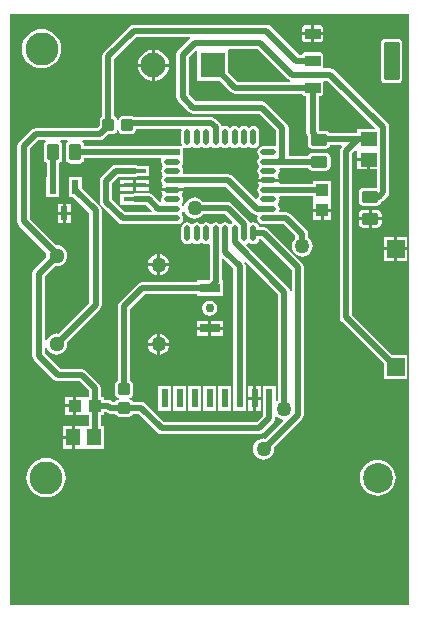
<source format=gbr>
%TF.GenerationSoftware,Altium Limited,Altium Designer,20.0.13 (296)*%
G04 Layer_Physical_Order=1*
G04 Layer_Color=255*
%FSLAX45Y45*%
%MOMM*%
%TF.FileFunction,Copper,L1,Top,Signal*%
%TF.Part,Single*%
G01*
G75*
%TA.AperFunction,SMDPad,CuDef*%
%ADD10R,1.47000X1.16000*%
G04:AMPARAMS|DCode=11|XSize=1mm|YSize=1.42mm|CornerRadius=0.125mm|HoleSize=0mm|Usage=FLASHONLY|Rotation=90.000|XOffset=0mm|YOffset=0mm|HoleType=Round|Shape=RoundedRectangle|*
%AMROUNDEDRECTD11*
21,1,1.00000,1.17000,0,0,90.0*
21,1,0.75000,1.42000,0,0,90.0*
1,1,0.25000,0.58500,0.37500*
1,1,0.25000,0.58500,-0.37500*
1,1,0.25000,-0.58500,-0.37500*
1,1,0.25000,-0.58500,0.37500*
%
%ADD11ROUNDEDRECTD11*%
%ADD12R,1.00000X1.10000*%
%ADD13R,1.70000X0.80000*%
%ADD14C,0.75000*%
%ADD15R,1.35523X0.48583*%
G04:AMPARAMS|DCode=16|XSize=1.35523mm|YSize=0.48583mm|CornerRadius=0.24292mm|HoleSize=0mm|Usage=FLASHONLY|Rotation=0.000|XOffset=0mm|YOffset=0mm|HoleType=Round|Shape=RoundedRectangle|*
%AMROUNDEDRECTD16*
21,1,1.35523,0.00000,0,0,0.0*
21,1,0.86940,0.48583,0,0,0.0*
1,1,0.48583,0.43470,0.00000*
1,1,0.48583,-0.43470,0.00000*
1,1,0.48583,-0.43470,0.00000*
1,1,0.48583,0.43470,0.00000*
%
%ADD16ROUNDEDRECTD16*%
G04:AMPARAMS|DCode=17|XSize=0.48583mm|YSize=1.35523mm|CornerRadius=0.24292mm|HoleSize=0mm|Usage=FLASHONLY|Rotation=0.000|XOffset=0mm|YOffset=0mm|HoleType=Round|Shape=RoundedRectangle|*
%AMROUNDEDRECTD17*
21,1,0.48583,0.86940,0,0,0.0*
21,1,0.00000,1.35523,0,0,0.0*
1,1,0.48583,0.00000,-0.43470*
1,1,0.48583,0.00000,-0.43470*
1,1,0.48583,0.00000,0.43470*
1,1,0.48583,0.00000,0.43470*
%
%ADD17ROUNDEDRECTD17*%
%ADD18R,1.90000X0.40000*%
G04:AMPARAMS|DCode=19|XSize=0.94mm|YSize=1.02mm|CornerRadius=0.094mm|HoleSize=0mm|Usage=FLASHONLY|Rotation=0.000|XOffset=0mm|YOffset=0mm|HoleType=Round|Shape=RoundedRectangle|*
%AMROUNDEDRECTD19*
21,1,0.94000,0.83200,0,0,0.0*
21,1,0.75200,1.02000,0,0,0.0*
1,1,0.18800,0.37600,-0.41600*
1,1,0.18800,-0.37600,-0.41600*
1,1,0.18800,-0.37600,0.41600*
1,1,0.18800,0.37600,0.41600*
%
%ADD19ROUNDEDRECTD19*%
G04:AMPARAMS|DCode=20|XSize=1mm|YSize=1.42mm|CornerRadius=0.125mm|HoleSize=0mm|Usage=FLASHONLY|Rotation=180.000|XOffset=0mm|YOffset=0mm|HoleType=Round|Shape=RoundedRectangle|*
%AMROUNDEDRECTD20*
21,1,1.00000,1.17000,0,0,180.0*
21,1,0.75000,1.42000,0,0,180.0*
1,1,0.25000,-0.37500,0.58500*
1,1,0.25000,0.37500,0.58500*
1,1,0.25000,0.37500,-0.58500*
1,1,0.25000,-0.37500,-0.58500*
%
%ADD20ROUNDEDRECTD20*%
%ADD21R,0.60000X1.15000*%
%ADD22R,1.10000X1.00000*%
%ADD23R,1.16000X1.47000*%
G04:AMPARAMS|DCode=24|XSize=0.94mm|YSize=1.02mm|CornerRadius=0.094mm|HoleSize=0mm|Usage=FLASHONLY|Rotation=270.000|XOffset=0mm|YOffset=0mm|HoleType=Round|Shape=RoundedRectangle|*
%AMROUNDEDRECTD24*
21,1,0.94000,0.83200,0,0,270.0*
21,1,0.75200,1.02000,0,0,270.0*
1,1,0.18800,-0.41600,-0.37600*
1,1,0.18800,-0.41600,0.37600*
1,1,0.18800,0.41600,0.37600*
1,1,0.18800,0.41600,-0.37600*
%
%ADD24ROUNDEDRECTD24*%
G04:AMPARAMS|DCode=25|XSize=3.24mm|YSize=1.31mm|CornerRadius=0.09825mm|HoleSize=0mm|Usage=FLASHONLY|Rotation=270.000|XOffset=0mm|YOffset=0mm|HoleType=Round|Shape=RoundedRectangle|*
%AMROUNDEDRECTD25*
21,1,3.24000,1.11350,0,0,270.0*
21,1,3.04350,1.31000,0,0,270.0*
1,1,0.19650,-0.55675,-1.52175*
1,1,0.19650,-0.55675,1.52175*
1,1,0.19650,0.55675,1.52175*
1,1,0.19650,0.55675,-1.52175*
%
%ADD25ROUNDEDRECTD25*%
G04:AMPARAMS|DCode=26|XSize=0.93mm|YSize=1.31mm|CornerRadius=0.06975mm|HoleSize=0mm|Usage=FLASHONLY|Rotation=270.000|XOffset=0mm|YOffset=0mm|HoleType=Round|Shape=RoundedRectangle|*
%AMROUNDEDRECTD26*
21,1,0.93000,1.17050,0,0,270.0*
21,1,0.79050,1.31000,0,0,270.0*
1,1,0.13950,-0.58525,-0.39525*
1,1,0.13950,-0.58525,0.39525*
1,1,0.13950,0.58525,0.39525*
1,1,0.13950,0.58525,-0.39525*
%
%ADD26ROUNDEDRECTD26*%
%TA.AperFunction,Conductor*%
%ADD27C,0.50000*%
%TA.AperFunction,ComponentPad*%
%ADD28C,2.10000*%
%ADD29R,2.10000X2.10000*%
%ADD30R,1.50000X1.50000*%
%ADD31C,1.28000*%
%ADD32R,0.60000X1.60000*%
%TA.AperFunction,ViaPad*%
%ADD33C,1.27000*%
%ADD34C,2.53000*%
%ADD35C,2.80000*%
G36*
X14961568Y10707067D02*
X14960600Y10706100D01*
Y5715000D01*
X11582400D01*
Y10718800D01*
X14956706D01*
X14961568Y10707067D01*
D02*
G37*
%LPC*%
G36*
X14202026Y10626636D02*
X14156203D01*
Y10566801D01*
X14235037D01*
Y10593626D01*
X14232524Y10606258D01*
X14225368Y10616967D01*
X14214659Y10624123D01*
X14202026Y10626636D01*
D02*
G37*
G36*
X14130801D02*
X14084978D01*
X14072345Y10624123D01*
X14061636Y10616967D01*
X14054482Y10606258D01*
X14051968Y10593626D01*
Y10566801D01*
X14130801D01*
Y10626636D01*
D02*
G37*
G36*
X14235037Y10541401D02*
X14156203D01*
Y10481567D01*
X14202026D01*
X14214659Y10484080D01*
X14225368Y10491235D01*
X14232524Y10501944D01*
X14235037Y10514576D01*
Y10541401D01*
D02*
G37*
G36*
X14130801D02*
X14051968D01*
Y10514576D01*
X14054482Y10501944D01*
X14061636Y10491235D01*
X14072345Y10484080D01*
X14084978Y10481567D01*
X14130801D01*
Y10541401D01*
D02*
G37*
G36*
X12809601Y10416853D02*
Y10299700D01*
X12926755D01*
X12923946Y10321041D01*
X12910805Y10352763D01*
X12889903Y10380002D01*
X12862663Y10400904D01*
X12830942Y10414044D01*
X12809601Y10416853D01*
D02*
G37*
G36*
X12784201D02*
X12762860Y10414044D01*
X12731138Y10400904D01*
X12703899Y10380002D01*
X12682997Y10352763D01*
X12669857Y10321041D01*
X12667048Y10299700D01*
X12784201D01*
Y10416853D01*
D02*
G37*
G36*
X11849100Y10592900D02*
X11816676Y10589707D01*
X11785498Y10580249D01*
X11756764Y10564890D01*
X11731579Y10544221D01*
X11710910Y10519036D01*
X11695551Y10490302D01*
X11686093Y10459124D01*
X11682900Y10426700D01*
X11686093Y10394276D01*
X11695551Y10363098D01*
X11710910Y10334364D01*
X11731579Y10309179D01*
X11756764Y10288510D01*
X11785498Y10273151D01*
X11816676Y10263693D01*
X11849100Y10260500D01*
X11881524Y10263693D01*
X11912702Y10273151D01*
X11941436Y10288510D01*
X11966621Y10309179D01*
X11987290Y10334364D01*
X12002649Y10363098D01*
X12012107Y10394276D01*
X12015300Y10426700D01*
X12012107Y10459124D01*
X12002649Y10490302D01*
X11987290Y10519036D01*
X11966621Y10544221D01*
X11941436Y10564890D01*
X11912702Y10580249D01*
X11881524Y10589707D01*
X11849100Y10592900D01*
D02*
G37*
G36*
X12926755Y10274300D02*
X12809601D01*
Y10157147D01*
X12830942Y10159956D01*
X12862663Y10173096D01*
X12889903Y10193998D01*
X12910805Y10221237D01*
X12923946Y10252959D01*
X12926755Y10274300D01*
D02*
G37*
G36*
X12784201D02*
X12667048D01*
X12669857Y10252959D01*
X12682997Y10221237D01*
X12703899Y10193998D01*
X12731138Y10173096D01*
X12762860Y10159956D01*
X12784201Y10157147D01*
Y10274300D01*
D02*
G37*
G36*
X14868173Y10513190D02*
X14756824D01*
X14743079Y10510456D01*
X14731427Y10502671D01*
X14723640Y10491019D01*
X14720908Y10477275D01*
Y10172925D01*
X14723640Y10159181D01*
X14731427Y10147529D01*
X14743079Y10139744D01*
X14756824Y10137010D01*
X14868173D01*
X14881917Y10139744D01*
X14893568Y10147529D01*
X14901353Y10159181D01*
X14904088Y10172925D01*
Y10477275D01*
X14901353Y10491019D01*
X14893568Y10502671D01*
X14881917Y10510456D01*
X14868173Y10513190D01*
D02*
G37*
G36*
X14605000Y9475099D02*
X14518800D01*
Y9404399D01*
X14605000D01*
Y9475099D01*
D02*
G37*
G36*
X12756900Y9316400D02*
X12649200D01*
Y9283700D01*
X12756900D01*
Y9316400D01*
D02*
G37*
G36*
X12623800D02*
X12516100D01*
Y9283700D01*
X12623800D01*
Y9316400D01*
D02*
G37*
G36*
X12756900Y9258300D02*
X12649200D01*
Y9225600D01*
X12756900D01*
Y9258300D01*
D02*
G37*
G36*
X12623800D02*
X12516100D01*
Y9225600D01*
X12623800D01*
Y9258300D01*
D02*
G37*
G36*
X13751559Y10630487D02*
X12630902D01*
X12611237Y10626576D01*
X12594566Y10615436D01*
X12378666Y10399536D01*
X12367526Y10382865D01*
X12363615Y10363200D01*
Y9853241D01*
X12352313Y9845689D01*
X12344621Y9834178D01*
X12341920Y9820600D01*
Y9774591D01*
X12321517Y9754187D01*
X11798300D01*
X11778635Y9750276D01*
X11761964Y9739136D01*
X11660364Y9637536D01*
X11649224Y9620865D01*
X11645313Y9601200D01*
Y8966200D01*
X11649224Y8946535D01*
X11660364Y8929864D01*
X11889693Y8700535D01*
X11889001Y8698866D01*
X11885929Y8675527D01*
X11887965Y8660064D01*
X11787364Y8559464D01*
X11776224Y8542793D01*
X11772313Y8523127D01*
Y7825740D01*
X11776224Y7806075D01*
X11787364Y7789404D01*
X11952464Y7624304D01*
X11969135Y7613164D01*
X11988800Y7609253D01*
X12170715D01*
X12247115Y7532853D01*
Y7479500D01*
X12221600D01*
X12218102Y7479500D01*
X12208900D01*
X12205402Y7479500D01*
X12141200D01*
Y7404100D01*
Y7328700D01*
X12205402D01*
X12208900Y7328700D01*
X12218102D01*
X12221600Y7328700D01*
X12247115D01*
Y7236300D01*
X12212799D01*
X12209301Y7236300D01*
X12200099D01*
X12196601Y7236300D01*
X12129399D01*
Y7137400D01*
Y7038500D01*
X12196601D01*
X12200099Y7038500D01*
X12209301D01*
X12212799Y7038500D01*
X12376101D01*
Y7236300D01*
X12349889D01*
Y7328700D01*
X12378902D01*
Y7352713D01*
X12391695D01*
X12394942Y7349466D01*
X12411613Y7338326D01*
X12431278Y7334415D01*
X12473359D01*
X12480911Y7323113D01*
X12492422Y7315421D01*
X12506000Y7312720D01*
X12589200D01*
X12602778Y7315421D01*
X12614289Y7323113D01*
X12621841Y7334415D01*
X12673635D01*
X12830786Y7177264D01*
X12847456Y7166124D01*
X12867122Y7162213D01*
X13690601D01*
X13710265Y7166124D01*
X13726936Y7177264D01*
X13813297Y7263624D01*
X13824435Y7280295D01*
X13828346Y7299960D01*
Y7308911D01*
X13836520Y7311686D01*
X13841048Y7312379D01*
X13859126Y7298506D01*
X13880753Y7289548D01*
X13888283Y7288557D01*
X13892834Y7275148D01*
X13743716Y7126030D01*
X13728700Y7128007D01*
X13705493Y7124952D01*
X13683865Y7115994D01*
X13665295Y7101744D01*
X13651047Y7083174D01*
X13642088Y7061547D01*
X13639034Y7038340D01*
X13642088Y7015133D01*
X13651047Y6993506D01*
X13665295Y6974936D01*
X13683865Y6960686D01*
X13705493Y6951728D01*
X13728700Y6948673D01*
X13751907Y6951728D01*
X13773534Y6960686D01*
X13792104Y6974936D01*
X13806354Y6993506D01*
X13815312Y7015133D01*
X13818367Y7038340D01*
X13816389Y7053357D01*
X14054596Y7291564D01*
X14065736Y7308235D01*
X14069647Y7327900D01*
Y8575040D01*
X14065736Y8594705D01*
X14054596Y8611376D01*
X13765036Y8900936D01*
X13748364Y8912076D01*
X13728700Y8915987D01*
X13691795D01*
X13689743Y8926311D01*
X13678760Y8942748D01*
X13662323Y8953730D01*
X13642934Y8957587D01*
X13624655Y8953951D01*
X13620483Y8954015D01*
X13610904Y8957983D01*
X13610410Y8960465D01*
X13599271Y8977136D01*
X13462111Y9114296D01*
X13445441Y9125436D01*
X13425775Y9129347D01*
X13217125D01*
X13207904Y9141364D01*
X13189334Y9155614D01*
X13167706Y9164572D01*
X13144501Y9167627D01*
X13121294Y9164572D01*
X13099666Y9155614D01*
X13081096Y9141364D01*
X13066846Y9122794D01*
X13057887Y9101167D01*
X13057014Y9094524D01*
X13054848Y9093735D01*
X13043990Y9092897D01*
X13037881Y9102038D01*
X13035699Y9111000D01*
X13037881Y9119963D01*
X13045665Y9131612D01*
X13049522Y9151000D01*
X13045665Y9170389D01*
X13037881Y9182038D01*
X13035699Y9191000D01*
X13037881Y9199963D01*
X13045665Y9211611D01*
X13046996Y9218300D01*
X12863779D01*
X12865108Y9211611D01*
X12872893Y9199963D01*
X12875073Y9191000D01*
X12872893Y9182038D01*
X12865108Y9170389D01*
X12861252Y9151000D01*
X12864417Y9135088D01*
X12863600Y9133656D01*
X12849321Y9130232D01*
X12792216Y9187336D01*
X12775545Y9198476D01*
X12755880Y9202387D01*
X12636500D01*
X12616835Y9198476D01*
X12613729Y9196400D01*
X12516100D01*
Y9105600D01*
X12613729D01*
X12616835Y9103525D01*
X12636500Y9099613D01*
X12734595D01*
X12780087Y9054121D01*
X12775226Y9042388D01*
X12556785D01*
X12446587Y9152585D01*
Y9287815D01*
X12498385Y9339613D01*
X12636500D01*
X12656165Y9343524D01*
X12659271Y9345600D01*
X12756900D01*
Y9436400D01*
X12659271D01*
X12656165Y9438475D01*
X12636500Y9442387D01*
X12477100D01*
X12457435Y9438475D01*
X12440764Y9427336D01*
X12358864Y9345436D01*
X12347724Y9328765D01*
X12343813Y9309100D01*
Y9131300D01*
X12347724Y9111635D01*
X12358864Y9094964D01*
X12499163Y8954664D01*
X12515834Y8943525D01*
X12535499Y8939613D01*
X12955386D01*
X12959016Y8940335D01*
X12998857D01*
X13018245Y8944192D01*
X13034683Y8955175D01*
X13045665Y8971612D01*
X13049522Y8991001D01*
X13045665Y9010389D01*
X13037881Y9022038D01*
X13035699Y9031000D01*
X13037881Y9039963D01*
X13045665Y9051612D01*
X13045790Y9052240D01*
X13051511Y9053428D01*
X13058801Y9052550D01*
X13066846Y9033126D01*
X13081096Y9014556D01*
X13099666Y9000306D01*
X13121294Y8991348D01*
X13144501Y8988293D01*
X13167706Y8991348D01*
X13189334Y9000306D01*
X13207904Y9014556D01*
X13217125Y9026573D01*
X13404489D01*
X13465067Y8965996D01*
X13461043Y8952058D01*
X13451897Y8945947D01*
X13442935Y8943764D01*
X13433972Y8945947D01*
X13422324Y8953730D01*
X13402934Y8957587D01*
X13383546Y8953730D01*
X13371896Y8945947D01*
X13362935Y8943764D01*
X13353973Y8945947D01*
X13342323Y8953730D01*
X13322935Y8957587D01*
X13303546Y8953730D01*
X13291898Y8945947D01*
X13282935Y8943764D01*
X13273973Y8945947D01*
X13262325Y8953730D01*
X13242935Y8957587D01*
X13223547Y8953730D01*
X13211897Y8945947D01*
X13202934Y8943764D01*
X13193973Y8945947D01*
X13182324Y8953730D01*
X13162935Y8957587D01*
X13143547Y8953730D01*
X13131898Y8945947D01*
X13122935Y8943764D01*
X13113972Y8945947D01*
X13102324Y8953730D01*
X13082935Y8957587D01*
X13063547Y8953730D01*
X13047110Y8942748D01*
X13036127Y8926311D01*
X13032269Y8906922D01*
Y8819982D01*
X13036127Y8800593D01*
X13047110Y8784156D01*
X13063547Y8773173D01*
X13082935Y8769317D01*
X13102324Y8773173D01*
X13113972Y8780957D01*
X13122935Y8783139D01*
X13131898Y8780957D01*
X13143547Y8773173D01*
X13162935Y8769317D01*
X13182324Y8773173D01*
X13193973Y8780957D01*
X13202934Y8783139D01*
X13211897Y8780957D01*
X13223547Y8773173D01*
X13242935Y8769317D01*
X13258847Y8772482D01*
X13271548Y8765225D01*
Y8472322D01*
X13264227Y8465002D01*
X13161099D01*
Y8450989D01*
X12700000D01*
X12680335Y8447078D01*
X12663664Y8435938D01*
X12511264Y8283538D01*
X12500124Y8266867D01*
X12496213Y8247202D01*
Y7614935D01*
X12492422Y7614181D01*
X12480911Y7606489D01*
X12473219Y7594978D01*
X12470518Y7581400D01*
Y7506200D01*
X12473219Y7492622D01*
X12480911Y7481111D01*
X12492422Y7473419D01*
X12503200Y7471275D01*
Y7458326D01*
X12492422Y7456183D01*
X12480911Y7448491D01*
X12473359Y7437189D01*
X12452563D01*
X12449316Y7440436D01*
X12432645Y7451576D01*
X12412980Y7455487D01*
X12378902D01*
Y7479500D01*
X12349889D01*
Y7554138D01*
X12345978Y7573803D01*
X12334838Y7590474D01*
X12228336Y7696976D01*
X12211665Y7708116D01*
X12192000Y7712027D01*
X12010085D01*
X11875087Y7847025D01*
Y7911279D01*
X11887787Y7912111D01*
X11889001Y7902889D01*
X11898009Y7881142D01*
X11912339Y7862467D01*
X11931014Y7848137D01*
X11952762Y7839129D01*
X11976100Y7836056D01*
X11999438Y7839129D01*
X12021186Y7848137D01*
X12039861Y7862467D01*
X12054191Y7881142D01*
X12063199Y7902889D01*
X12066271Y7926227D01*
X12064235Y7941690D01*
X12342636Y8220091D01*
X12353776Y8236762D01*
X12357687Y8256427D01*
Y9058050D01*
X12353776Y9077715D01*
X12342636Y9094386D01*
X12190001Y9247021D01*
Y9340148D01*
X12079201D01*
Y9174348D01*
X12117329D01*
X12254913Y9036765D01*
Y8277713D01*
X11991563Y8014363D01*
X11976100Y8016399D01*
X11952762Y8013326D01*
X11931014Y8004318D01*
X11912339Y7989988D01*
X11898009Y7971313D01*
X11889001Y7949566D01*
X11887787Y7940344D01*
X11875087Y7941176D01*
Y8501842D01*
X11960637Y8587392D01*
X11976100Y8585356D01*
X11999438Y8588429D01*
X12021186Y8597437D01*
X12039861Y8611767D01*
X12054191Y8630442D01*
X12063199Y8652189D01*
X12066271Y8675527D01*
X12063199Y8698866D01*
X12054191Y8720613D01*
X12039861Y8739288D01*
X12021186Y8753618D01*
X11999438Y8762626D01*
X11976100Y8765699D01*
X11970598Y8764974D01*
X11748087Y8987485D01*
Y9579915D01*
X11819585Y9651413D01*
X11881150D01*
X11885002Y9638713D01*
X11881278Y9636224D01*
X11872902Y9623688D01*
X11869960Y9608900D01*
Y9491900D01*
X11872902Y9477112D01*
X11881278Y9464576D01*
X11893815Y9456199D01*
X11894715Y9456020D01*
Y9413515D01*
X11893212Y9405955D01*
Y9340148D01*
X11889199D01*
Y9174348D01*
X11999999D01*
Y9340148D01*
X11995986D01*
Y9399899D01*
X11997490Y9407459D01*
Y9456020D01*
X11998391Y9456199D01*
X12010927Y9464576D01*
X12019303Y9477112D01*
X12022245Y9491900D01*
Y9608900D01*
X12019303Y9623688D01*
X12010927Y9636224D01*
X12007203Y9638713D01*
X12011055Y9651413D01*
X12068150D01*
X12072002Y9638713D01*
X12068278Y9636224D01*
X12059902Y9623688D01*
X12056960Y9608900D01*
Y9491900D01*
X12059902Y9477112D01*
X12068278Y9464576D01*
X12080815Y9456199D01*
X12095602Y9453258D01*
X12170603D01*
X12185390Y9456199D01*
X12197927Y9464576D01*
X12206303Y9477112D01*
X12209245Y9491900D01*
Y9499013D01*
X12542520D01*
X12545534Y9499612D01*
X12857159D01*
X12864417Y9486912D01*
X12861252Y9471000D01*
X12865108Y9451611D01*
X12872893Y9439962D01*
X12875073Y9431000D01*
X12872893Y9422037D01*
X12865108Y9410388D01*
X12861252Y9391000D01*
X12865108Y9371611D01*
X12872893Y9359962D01*
X12875073Y9351000D01*
X12872893Y9342037D01*
X12865108Y9330389D01*
X12861252Y9311000D01*
X12865108Y9291611D01*
X12872893Y9279962D01*
X12875073Y9271000D01*
X12872893Y9262038D01*
X12865108Y9250389D01*
X12863779Y9243700D01*
X13046996D01*
X13046358Y9246912D01*
X13053613Y9259613D01*
X13409656D01*
X13634604Y9034664D01*
X13651276Y9023525D01*
X13670940Y9019613D01*
X13672256D01*
X13679514Y9006913D01*
X13676347Y8991001D01*
X13680205Y8971612D01*
X13691187Y8955175D01*
X13707623Y8944192D01*
X13727013Y8940335D01*
X13766853D01*
X13770483Y8939613D01*
X13897916D01*
X13998981Y8838547D01*
X13998074Y8822712D01*
X13992957Y8818784D01*
X13978706Y8800214D01*
X13969748Y8778587D01*
X13966693Y8755380D01*
X13969748Y8732173D01*
X13978706Y8710546D01*
X13992957Y8691976D01*
X14011526Y8677726D01*
X14033153Y8668768D01*
X14056360Y8665713D01*
X14079567Y8668768D01*
X14101193Y8677726D01*
X14119765Y8691976D01*
X14134013Y8710546D01*
X14142972Y8732173D01*
X14146027Y8755380D01*
X14142972Y8778587D01*
X14134013Y8800214D01*
X14119765Y8818784D01*
X14107747Y8828005D01*
Y8853841D01*
X14103836Y8873505D01*
X14092696Y8890177D01*
X13955536Y9027337D01*
X13938866Y9038476D01*
X13919200Y9042388D01*
X13868710D01*
X13861453Y9055088D01*
X13864618Y9071000D01*
X13860760Y9090389D01*
X13852979Y9102038D01*
X13850797Y9111000D01*
X13852979Y9119963D01*
X13860760Y9131612D01*
X13864618Y9151000D01*
X13861453Y9166913D01*
X13868710Y9179613D01*
X14148599D01*
Y9152102D01*
X14148599Y9148599D01*
Y9139401D01*
X14148599Y9135898D01*
Y9071701D01*
X14224001D01*
X14299400D01*
Y9135898D01*
X14299400Y9139401D01*
Y9148599D01*
X14299400Y9152102D01*
Y9309398D01*
X14148599D01*
Y9282387D01*
X13868710D01*
X13861453Y9295088D01*
X13862093Y9298300D01*
X13678874D01*
X13680205Y9291611D01*
X13687988Y9279962D01*
X13690170Y9271000D01*
X13687988Y9262038D01*
X13680205Y9250389D01*
X13676347Y9231000D01*
X13680205Y9211611D01*
X13687988Y9199963D01*
X13690170Y9191000D01*
X13687988Y9182038D01*
X13680205Y9170389D01*
X13677216Y9155359D01*
X13664577Y9150037D01*
X13467278Y9347336D01*
X13450606Y9358476D01*
X13430940Y9362387D01*
X13053613D01*
X13046358Y9375087D01*
X13049522Y9391000D01*
X13045665Y9410388D01*
X13037881Y9422037D01*
X13035699Y9431000D01*
X13037881Y9439962D01*
X13045665Y9451611D01*
X13049522Y9471000D01*
X13046019Y9488608D01*
X13048549Y9501308D01*
X13048547D01*
Y9584820D01*
X13059749Y9590807D01*
X13063547Y9588270D01*
X13082935Y9584413D01*
X13102324Y9588270D01*
X13113972Y9596053D01*
X13122935Y9598236D01*
X13131898Y9596053D01*
X13143547Y9588270D01*
X13162935Y9584413D01*
X13182324Y9588270D01*
X13193973Y9596053D01*
X13202934Y9598236D01*
X13211897Y9596053D01*
X13223547Y9588270D01*
X13242935Y9584413D01*
X13262325Y9588270D01*
X13273973Y9596053D01*
X13282935Y9598236D01*
X13291898Y9596053D01*
X13303546Y9588270D01*
X13322935Y9584413D01*
X13342323Y9588270D01*
X13353973Y9596053D01*
X13362935Y9598236D01*
X13371896Y9596053D01*
X13383546Y9588270D01*
X13402934Y9584413D01*
X13422324Y9588270D01*
X13433972Y9596053D01*
X13442935Y9598236D01*
X13451897Y9596053D01*
X13463547Y9588270D01*
X13482935Y9584413D01*
X13502322Y9588270D01*
X13513972Y9596053D01*
X13522935Y9598236D01*
X13531897Y9596053D01*
X13543546Y9588270D01*
X13562935Y9584413D01*
X13582323Y9588270D01*
X13593971Y9596053D01*
X13602934Y9598236D01*
X13611897Y9596053D01*
X13623546Y9588270D01*
X13642934Y9584413D01*
X13662323Y9588270D01*
X13678760Y9599252D01*
X13689743Y9615689D01*
X13693599Y9635078D01*
Y9722018D01*
X13689743Y9741407D01*
X13678760Y9757844D01*
X13662323Y9768827D01*
X13642934Y9772683D01*
X13623546Y9768827D01*
X13611897Y9761043D01*
X13602934Y9758861D01*
X13593971Y9761043D01*
X13582323Y9768827D01*
X13562935Y9772683D01*
X13543546Y9768827D01*
X13531897Y9761043D01*
X13522935Y9758861D01*
X13513972Y9761043D01*
X13502322Y9768827D01*
X13482935Y9772683D01*
X13463547Y9768827D01*
X13451897Y9761043D01*
X13442935Y9758861D01*
X13433972Y9761043D01*
X13422324Y9768827D01*
X13402934Y9772683D01*
X13385553Y9769226D01*
X13379994Y9770206D01*
X13371729Y9773630D01*
X13370412Y9780250D01*
X13359271Y9796921D01*
X13320535Y9835656D01*
X13303865Y9846796D01*
X13284200Y9850707D01*
X12628179D01*
X12624178Y9853381D01*
X12610600Y9856082D01*
X12535400D01*
X12521822Y9853381D01*
X12510311Y9845689D01*
X12502619Y9834178D01*
X12500475Y9823400D01*
X12487526D01*
X12485383Y9834178D01*
X12477691Y9845689D01*
X12466389Y9853241D01*
Y10341915D01*
X12652187Y10527713D01*
X13106071D01*
X13109924Y10515013D01*
X13108163Y10513836D01*
X13006564Y10412236D01*
X12995424Y10395565D01*
X12991513Y10375900D01*
Y10020300D01*
X12995424Y10000635D01*
X13006564Y9983964D01*
X13098004Y9892524D01*
X13114674Y9881384D01*
X13134340Y9877473D01*
X13694714D01*
X13837334Y9734855D01*
Y9609253D01*
X13824632Y9599540D01*
X13813953Y9601665D01*
X13727013D01*
X13707623Y9597808D01*
X13691187Y9586825D01*
X13680205Y9570388D01*
X13676347Y9550999D01*
X13680205Y9531611D01*
X13687988Y9519962D01*
X13690170Y9511000D01*
X13687988Y9502037D01*
X13680205Y9490388D01*
X13676347Y9471000D01*
X13680205Y9451611D01*
X13687988Y9439962D01*
X13690170Y9431000D01*
X13687988Y9422037D01*
X13680205Y9410388D01*
X13676347Y9391000D01*
X13680205Y9371611D01*
X13687988Y9359962D01*
X13690170Y9351000D01*
X13687988Y9342037D01*
X13680205Y9330389D01*
X13678874Y9323700D01*
X13862093D01*
X13860760Y9330389D01*
X13852979Y9342037D01*
X13850797Y9351000D01*
X13852979Y9359962D01*
X13860760Y9371611D01*
X13864618Y9391000D01*
X13861453Y9406912D01*
X13868710Y9419612D01*
X13977074D01*
X13984097Y9418215D01*
X14104221D01*
X14104399Y9417315D01*
X14112776Y9404778D01*
X14125311Y9396402D01*
X14140100Y9393460D01*
X14257100D01*
X14271889Y9396402D01*
X14284424Y9404778D01*
X14292801Y9417315D01*
X14295741Y9432103D01*
Y9507103D01*
X14292801Y9521891D01*
X14284424Y9534427D01*
X14271889Y9542803D01*
X14257100Y9545745D01*
X14140100D01*
X14125311Y9542803D01*
X14112776Y9534427D01*
X14104399Y9521891D01*
X14104221Y9520990D01*
X13989723D01*
X13982700Y9522387D01*
X13940108D01*
Y9756140D01*
X13936195Y9775805D01*
X13925056Y9792476D01*
X13752336Y9965196D01*
X13735664Y9976336D01*
X13716000Y9980247D01*
X13155624D01*
X13094287Y10041585D01*
Y10354615D01*
X13153799Y10414128D01*
X13166499Y10408867D01*
Y10156600D01*
X13354628D01*
X13451465Y10059762D01*
X13468137Y10048623D01*
X13487801Y10044711D01*
X14054327D01*
X14054482Y10043942D01*
X14061636Y10033233D01*
X14072345Y10026077D01*
X14084978Y10023564D01*
X14092114D01*
Y9711700D01*
X14096027Y9692035D01*
X14101459Y9683907D01*
Y9619102D01*
X14104399Y9604315D01*
X14112776Y9591778D01*
X14125311Y9583402D01*
X14140100Y9580460D01*
X14257100D01*
X14271889Y9583402D01*
X14284424Y9591778D01*
X14292801Y9604315D01*
X14294412Y9612414D01*
X14388147D01*
X14393007Y9600680D01*
X14390865Y9598537D01*
X14379724Y9581866D01*
X14375813Y9562201D01*
Y8153400D01*
X14379724Y8133735D01*
X14390865Y8117064D01*
X14745900Y7762027D01*
Y7633900D01*
X14946700D01*
Y7834700D01*
X14818573D01*
X14478587Y8174685D01*
Y9540916D01*
X14506100Y9568428D01*
X14518800Y9563168D01*
Y9500499D01*
X14617700D01*
Y9487799D01*
X14630400D01*
Y9404399D01*
X14690773D01*
Y9251682D01*
X14688901Y9250145D01*
X14571899D01*
X14557112Y9247203D01*
X14544576Y9238827D01*
X14536198Y9226290D01*
X14533258Y9211503D01*
Y9136502D01*
X14536198Y9121715D01*
X14544576Y9109178D01*
X14557112Y9100802D01*
X14571899Y9097860D01*
X14688901D01*
X14703688Y9100802D01*
X14716225Y9109178D01*
X14724602Y9121715D01*
X14725529Y9126380D01*
X14726265Y9126527D01*
X14742937Y9137666D01*
X14778496Y9173226D01*
X14789636Y9189897D01*
X14793547Y9209562D01*
Y9761220D01*
X14789636Y9780885D01*
X14778496Y9797556D01*
X14331456Y10244596D01*
X14314784Y10255736D01*
X14295120Y10259647D01*
X14238914D01*
X14232126Y10272347D01*
X14232524Y10272943D01*
X14235037Y10285575D01*
Y10364625D01*
X14232524Y10377257D01*
X14225368Y10387966D01*
X14214659Y10395122D01*
X14202026Y10397634D01*
X14084978D01*
X14072345Y10395122D01*
X14061636Y10387966D01*
X14054482Y10377257D01*
X14054327Y10376487D01*
X14026845D01*
X13787897Y10615436D01*
X13771225Y10626576D01*
X13751559Y10630487D01*
D02*
G37*
G36*
X12095000Y9115150D02*
X12052300D01*
Y9044950D01*
X12095000D01*
Y9115150D01*
D02*
G37*
G36*
X12026900D02*
X11984200D01*
Y9044950D01*
X12026900D01*
Y9115150D01*
D02*
G37*
G36*
X14688901Y9063145D02*
X14643100D01*
Y8999703D01*
X14727542D01*
Y9024503D01*
X14724602Y9039291D01*
X14716225Y9051827D01*
X14703688Y9060203D01*
X14688901Y9063145D01*
D02*
G37*
G36*
X14617700D02*
X14571899D01*
X14557112Y9060203D01*
X14544576Y9051827D01*
X14536198Y9039291D01*
X14533258Y9024503D01*
Y8999703D01*
X14617700D01*
Y9063145D01*
D02*
G37*
G36*
X14299400Y9046301D02*
X14236700D01*
Y8978602D01*
X14299400D01*
Y9046301D01*
D02*
G37*
G36*
X14211301D02*
X14148599D01*
Y8978602D01*
X14211301D01*
Y9046301D01*
D02*
G37*
G36*
X12095000Y9019550D02*
X12052300D01*
Y8949350D01*
X12095000D01*
Y9019550D01*
D02*
G37*
G36*
X12026900D02*
X11984200D01*
Y8949350D01*
X12026900D01*
Y9019550D01*
D02*
G37*
G36*
X14727542Y8974303D02*
X14643100D01*
Y8910860D01*
X14688901D01*
X14703688Y8913802D01*
X14716225Y8922178D01*
X14724602Y8934715D01*
X14727542Y8949503D01*
Y8974303D01*
D02*
G37*
G36*
X14617700D02*
X14533258D01*
Y8949503D01*
X14536198Y8934715D01*
X14544576Y8922178D01*
X14557112Y8913802D01*
X14571899Y8910860D01*
X14617700D01*
Y8974303D01*
D02*
G37*
G36*
X14946700Y8833971D02*
X14859000D01*
Y8746272D01*
X14946700D01*
Y8833971D01*
D02*
G37*
G36*
X14833600D02*
X14745900D01*
Y8746272D01*
X14833600D01*
Y8833971D01*
D02*
G37*
G36*
X14946700Y8720872D02*
X14859000D01*
Y8633172D01*
X14946700D01*
Y8720872D01*
D02*
G37*
G36*
X14833600D02*
X14745900D01*
Y8633172D01*
X14833600D01*
Y8720872D01*
D02*
G37*
G36*
X12852400Y8685895D02*
Y8610600D01*
X12927695D01*
X12926312Y8621107D01*
X12917354Y8642734D01*
X12903104Y8661304D01*
X12884534Y8675554D01*
X12862907Y8684512D01*
X12852400Y8685895D01*
D02*
G37*
G36*
X12827000D02*
X12816493Y8684512D01*
X12794866Y8675554D01*
X12776296Y8661304D01*
X12762046Y8642734D01*
X12753088Y8621107D01*
X12751705Y8610600D01*
X12827000D01*
Y8685895D01*
D02*
G37*
G36*
X12927695Y8585200D02*
X12852400D01*
Y8509905D01*
X12862907Y8511288D01*
X12884534Y8520246D01*
X12903104Y8534496D01*
X12917354Y8553066D01*
X12926312Y8574693D01*
X12927695Y8585200D01*
D02*
G37*
G36*
X12827000D02*
X12751705D01*
X12753088Y8574693D01*
X12762046Y8553066D01*
X12776296Y8534496D01*
X12794866Y8520246D01*
X12816493Y8511288D01*
X12827000Y8509905D01*
Y8585200D01*
D02*
G37*
G36*
X12115800Y7479500D02*
X12048100D01*
Y7416800D01*
X12115800D01*
Y7479500D01*
D02*
G37*
G36*
Y7391400D02*
X12048100D01*
Y7328700D01*
X12115800D01*
Y7391400D01*
D02*
G37*
G36*
X12103999Y7236300D02*
X12033299D01*
Y7150100D01*
X12103999D01*
Y7236300D01*
D02*
G37*
G36*
Y7124700D02*
X12033299D01*
Y7038500D01*
X12103999D01*
Y7124700D01*
D02*
G37*
G36*
X14693900Y6947135D02*
X14664122Y6944202D01*
X14635489Y6935516D01*
X14609100Y6921411D01*
X14585971Y6902429D01*
X14566989Y6879299D01*
X14552884Y6852911D01*
X14544199Y6824278D01*
X14541264Y6794500D01*
X14544199Y6764722D01*
X14552884Y6736089D01*
X14566989Y6709701D01*
X14585971Y6686571D01*
X14609100Y6667589D01*
X14635489Y6653484D01*
X14664122Y6644798D01*
X14693900Y6641865D01*
X14723679Y6644798D01*
X14752312Y6653484D01*
X14778699Y6667589D01*
X14801830Y6686571D01*
X14820811Y6709701D01*
X14834917Y6736089D01*
X14843602Y6764722D01*
X14846535Y6794500D01*
X14843602Y6824278D01*
X14834917Y6852911D01*
X14820811Y6879299D01*
X14801830Y6902429D01*
X14778699Y6921411D01*
X14752312Y6935516D01*
X14723679Y6944202D01*
X14693900Y6947135D01*
D02*
G37*
G36*
X11887200Y6960700D02*
X11854776Y6957507D01*
X11823598Y6948049D01*
X11794864Y6932690D01*
X11769679Y6912021D01*
X11749010Y6886836D01*
X11733651Y6858102D01*
X11724193Y6826924D01*
X11721000Y6794500D01*
X11724193Y6762076D01*
X11733651Y6730898D01*
X11749010Y6702164D01*
X11769679Y6676979D01*
X11794864Y6656310D01*
X11823598Y6640951D01*
X11854776Y6631493D01*
X11887200Y6628300D01*
X11919624Y6631493D01*
X11950802Y6640951D01*
X11979536Y6656310D01*
X12004721Y6676979D01*
X12025390Y6702164D01*
X12040749Y6730898D01*
X12050207Y6762076D01*
X12053400Y6794500D01*
X12050207Y6826924D01*
X12040749Y6858102D01*
X12025390Y6886836D01*
X12004721Y6912021D01*
X11979536Y6932690D01*
X11950802Y6948049D01*
X11919624Y6957507D01*
X11887200Y6960700D01*
D02*
G37*
%LPD*%
G36*
X13933664Y10171924D02*
X13950336Y10160784D01*
X13953343Y10160186D01*
X13952092Y10147486D01*
X13509087D01*
X13427299Y10229272D01*
Y10417400D01*
X13436391Y10426113D01*
X13679475D01*
X13933664Y10171924D01*
D02*
G37*
G36*
X14671774Y9758934D02*
X14666913Y9747201D01*
X14518800D01*
Y9715188D01*
X14288593D01*
X14284424Y9721427D01*
X14271889Y9729803D01*
X14257100Y9732745D01*
X14195129D01*
X14194890Y9732985D01*
Y10023564D01*
X14202026D01*
X14214659Y10026077D01*
X14225368Y10033233D01*
X14232524Y10043942D01*
X14235037Y10056574D01*
Y10135624D01*
X14233336Y10144172D01*
X14240878Y10156873D01*
X14273836D01*
X14671774Y9758934D01*
D02*
G37*
G36*
X13034898Y9735232D02*
X13032269Y9722018D01*
Y9635078D01*
X13036127Y9615689D01*
X13038664Y9611891D01*
X13032678Y9600691D01*
X12963911D01*
X12955386Y9602387D01*
X12543119D01*
X12540106Y9601787D01*
X12209245D01*
Y9608900D01*
X12206303Y9623688D01*
X12197927Y9636224D01*
X12194203Y9638713D01*
X12198055Y9651413D01*
X12342802D01*
X12362467Y9655324D01*
X12379138Y9666464D01*
X12414593Y9701918D01*
X12452602D01*
X12466180Y9704619D01*
X12477691Y9712311D01*
X12485383Y9723822D01*
X12487526Y9734600D01*
X12500475D01*
X12502619Y9723822D01*
X12510311Y9712311D01*
X12521822Y9704619D01*
X12535400Y9701918D01*
X12610600D01*
X12624178Y9704619D01*
X12635689Y9712311D01*
X12643381Y9723822D01*
X12646082Y9737400D01*
Y9747933D01*
X13026376D01*
X13034898Y9735232D01*
D02*
G37*
G36*
X13966873Y8553755D02*
Y8374530D01*
X13954173Y8373279D01*
X13951436Y8387040D01*
X13940295Y8403711D01*
X13582718Y8761289D01*
X13586201Y8775766D01*
X13593971Y8780957D01*
X13602934Y8783139D01*
X13611897Y8780957D01*
X13623546Y8773173D01*
X13642934Y8769317D01*
X13662323Y8773173D01*
X13678760Y8784156D01*
X13689743Y8800593D01*
X13692253Y8813213D01*
X13707414D01*
X13966873Y8553755D01*
D02*
G37*
G36*
X13474113Y8563270D02*
Y7573000D01*
X13470100D01*
Y7362200D01*
X13580901D01*
Y7573000D01*
X13576888D01*
Y8584555D01*
X13572977Y8604220D01*
X13565915Y8614786D01*
X13575780Y8622882D01*
X13852573Y8346089D01*
Y7452173D01*
X13843988Y7446247D01*
X13832359Y7451913D01*
Y7573000D01*
X13721561D01*
Y7362200D01*
X13725574D01*
Y7321245D01*
X13669315Y7264987D01*
X12888406D01*
X12731256Y7422138D01*
X12714585Y7433277D01*
X12694920Y7437189D01*
X12621841D01*
X12614289Y7448491D01*
X12602778Y7456183D01*
X12592000Y7458326D01*
Y7471275D01*
X12602778Y7473419D01*
X12614289Y7481111D01*
X12621981Y7492622D01*
X12624682Y7506200D01*
Y7581400D01*
X12621981Y7594978D01*
X12614289Y7606489D01*
X12602778Y7614181D01*
X12598987Y7614935D01*
Y8225917D01*
X12721285Y8348215D01*
X13161099D01*
Y8334202D01*
X13381900D01*
Y8465002D01*
X13374323D01*
Y8646467D01*
X13386057Y8651327D01*
X13474113Y8563270D01*
D02*
G37*
%LPC*%
G36*
X13271500Y8293732D02*
X13246957Y8288851D01*
X13226152Y8274948D01*
X13212250Y8254142D01*
X13207368Y8229600D01*
X13212250Y8205058D01*
X13226152Y8184252D01*
X13246957Y8170349D01*
X13271500Y8165468D01*
X13296042Y8170349D01*
X13316849Y8184252D01*
X13330751Y8205058D01*
X13335632Y8229600D01*
X13330751Y8254142D01*
X13316849Y8274948D01*
X13296042Y8288851D01*
X13271500Y8293732D01*
D02*
G37*
G36*
X13381900Y8124998D02*
X13284200D01*
Y8072298D01*
X13381900D01*
Y8124998D01*
D02*
G37*
G36*
X13258800D02*
X13161099D01*
Y8072298D01*
X13258800D01*
Y8124998D01*
D02*
G37*
G36*
X13381900Y8046898D02*
X13284200D01*
Y7994198D01*
X13381900D01*
Y8046898D01*
D02*
G37*
G36*
X13258800D02*
X13161099D01*
Y7994198D01*
X13258800D01*
Y8046898D01*
D02*
G37*
G36*
X12852400Y8012795D02*
Y7937500D01*
X12927695D01*
X12926312Y7948007D01*
X12917354Y7969634D01*
X12903104Y7988204D01*
X12884534Y8002454D01*
X12862907Y8011412D01*
X12852400Y8012795D01*
D02*
G37*
G36*
X12827000D02*
X12816493Y8011412D01*
X12794866Y8002454D01*
X12776296Y7988204D01*
X12762046Y7969634D01*
X12753088Y7948007D01*
X12751705Y7937500D01*
X12827000D01*
Y8012795D01*
D02*
G37*
G36*
X12927695Y7912100D02*
X12852400D01*
Y7836805D01*
X12862907Y7838188D01*
X12884534Y7847146D01*
X12903104Y7861396D01*
X12917354Y7879966D01*
X12926312Y7901593D01*
X12927695Y7912100D01*
D02*
G37*
G36*
X12827000D02*
X12751705D01*
X12753088Y7901593D01*
X12762046Y7879966D01*
X12776296Y7861396D01*
X12794866Y7847146D01*
X12816493Y7838188D01*
X12827000Y7836805D01*
Y7912100D01*
D02*
G37*
G36*
X13707919Y7573000D02*
X13665221D01*
Y7480300D01*
X13707919D01*
Y7573000D01*
D02*
G37*
G36*
X13639819D02*
X13597121D01*
Y7480300D01*
X13639819D01*
Y7573000D01*
D02*
G37*
G36*
X13707919Y7454900D02*
X13665221D01*
Y7362200D01*
X13707919D01*
Y7454900D01*
D02*
G37*
G36*
X13639819D02*
X13597121D01*
Y7362200D01*
X13639819D01*
Y7454900D01*
D02*
G37*
G36*
X13453900Y7573000D02*
X13343100D01*
Y7362200D01*
X13453900D01*
Y7573000D01*
D02*
G37*
G36*
X13326900D02*
X13216100D01*
Y7362200D01*
X13326900D01*
Y7573000D01*
D02*
G37*
G36*
X13199899D02*
X13089101D01*
Y7362200D01*
X13199899D01*
Y7573000D01*
D02*
G37*
G36*
X13072900D02*
X12962100D01*
Y7362200D01*
X13072900D01*
Y7573000D01*
D02*
G37*
G36*
X12945900D02*
X12835100D01*
Y7362200D01*
X12945900D01*
Y7573000D01*
D02*
G37*
%LPD*%
D10*
X14617700Y9663801D02*
D03*
Y9487799D02*
D03*
D11*
X14630400Y9174002D02*
D03*
Y8987003D02*
D03*
X14198599Y9656602D02*
D03*
Y9469603D02*
D03*
D12*
X14224001Y9228999D02*
D03*
Y9059001D02*
D03*
D13*
X13271500Y8399602D02*
D03*
Y8059598D02*
D03*
D14*
Y8229600D02*
D03*
D15*
X12955386Y9550999D02*
D03*
D16*
Y9471000D02*
D03*
Y9391000D02*
D03*
Y9311000D02*
D03*
Y9231000D02*
D03*
Y9151000D02*
D03*
Y9071000D02*
D03*
Y8991001D02*
D03*
X13770483D02*
D03*
Y9071000D02*
D03*
Y9151000D02*
D03*
Y9231000D02*
D03*
Y9311000D02*
D03*
Y9391000D02*
D03*
Y9471000D02*
D03*
Y9550999D02*
D03*
D17*
X13082935Y8863452D02*
D03*
X13162935D02*
D03*
X13242935D02*
D03*
X13322935D02*
D03*
X13402934D02*
D03*
X13482935D02*
D03*
X13562935D02*
D03*
X13642934D02*
D03*
Y9678548D02*
D03*
X13562935D02*
D03*
X13482935D02*
D03*
X13402934D02*
D03*
X13322935D02*
D03*
X13242935D02*
D03*
X13162935D02*
D03*
X13082935D02*
D03*
D18*
X12636500Y9391000D02*
D03*
Y9151000D02*
D03*
Y9271000D02*
D03*
D19*
X12573000Y9779000D02*
D03*
X12415002D02*
D03*
D20*
X11946103Y9550400D02*
D03*
X12133102D02*
D03*
D21*
X12134601Y9257248D02*
D03*
X11944599D02*
D03*
X12039600Y9032250D02*
D03*
D22*
X12298502Y7404100D02*
D03*
X12128500D02*
D03*
D23*
X12292701Y7137400D02*
D03*
X12116699D02*
D03*
D24*
X12547600Y7385802D02*
D03*
Y7543800D02*
D03*
D25*
X14812498Y10325100D02*
D03*
D26*
X14143501Y10096099D02*
D03*
Y10325100D02*
D03*
Y10554101D02*
D03*
D27*
X12306300Y8256427D02*
Y9058050D01*
X12139601Y9224748D02*
X12306300Y9058050D01*
X12139601Y9224748D02*
X12139601D01*
X12134601Y9229748D02*
X12139601Y9224748D01*
X12134601Y9229748D02*
Y9257248D01*
X11976100Y7926227D02*
X12306300Y8256427D01*
X12415002Y9779000D02*
Y10363200D01*
Y9775000D02*
Y9779000D01*
X12298502Y7137400D02*
Y7404100D01*
X14427200Y8153400D02*
X14846300Y7734300D01*
X14427200Y9562201D02*
X14528799Y9663801D01*
X14427200Y8153400D02*
Y9562201D01*
X12415002Y10363200D02*
X12630902Y10579100D01*
X12342802Y9702800D02*
X12415002Y9775000D01*
X11696700Y9601200D02*
X11798300Y9702800D01*
X12342802D01*
X13042900Y10020300D02*
Y10375900D01*
X13144501Y10477500D02*
X13700760D01*
X13042900Y10375900D02*
X13144501Y10477500D01*
X13700760D02*
X13970000Y10208260D01*
X12630902Y10579100D02*
X13751559D01*
X14005560Y10325100D01*
X13134340Y9928860D02*
X13716000D01*
X13042900Y10020300D02*
X13134340Y9928860D01*
X14198599Y9663801D02*
X14528799D01*
X13770483Y9231000D02*
X14224001D01*
X13728700Y8864600D02*
X14018260Y8575040D01*
Y7327900D02*
Y8575040D01*
X12867122Y7213600D02*
X13690601D01*
X13776961Y7299960D02*
Y7467600D01*
X13690601Y7213600D02*
X13776961Y7299960D01*
X12694920Y7385802D02*
X12867122Y7213600D01*
X11823700Y7825740D02*
X11988800Y7660640D01*
X11823700Y8523127D02*
X11976100Y8675527D01*
X11823700Y7825740D02*
Y8523127D01*
X11976100Y8675527D02*
Y8686800D01*
X11696700Y8966200D02*
Y9601200D01*
Y8966200D02*
X11976100Y8686800D01*
X12535499Y8991001D02*
X12955386D01*
X12395200Y9131300D02*
Y9309100D01*
Y9131300D02*
X12535499Y8991001D01*
X12477100Y9391000D02*
X12636500D01*
X12395200Y9309100D02*
X12477100Y9391000D01*
X13642934Y8864600D02*
X13728700D01*
X13860120Y9471000D02*
X13982700D01*
X13770483D02*
X13860120D01*
X12573000Y9799320D02*
X13284200D01*
X13487801Y10096099D02*
X14143501D01*
X13296899Y10287000D02*
X13487801Y10096099D01*
X14143501Y9711700D02*
Y10096099D01*
Y9711700D02*
X14198599Y9656602D01*
X13903960Y7376160D02*
Y8367375D01*
X13482935Y8788400D02*
X13903960Y8367375D01*
X13482935Y8788400D02*
Y8863452D01*
X14056360Y8755380D02*
Y8853841D01*
X13919200Y8991001D02*
X14056360Y8853841D01*
X13770483Y8991001D02*
X13919200D01*
X13322935Y8451037D02*
Y8863452D01*
X13271500Y8399602D02*
X13322935Y8451037D01*
X14630400Y9174002D02*
X14706599D01*
X14742160Y9209562D01*
Y9761220D01*
X14295120Y10208260D02*
X14742160Y9761220D01*
X13970000Y10208260D02*
X14295120D01*
X13716000Y9928860D02*
X13888721Y9756140D01*
Y9499600D02*
Y9756140D01*
X13860120Y9471000D02*
X13888721Y9499600D01*
X14005560Y10325100D02*
X14143501D01*
X13322935Y9678548D02*
Y9760585D01*
X13284200Y9799320D02*
X13322935Y9760585D01*
X12573000Y9779000D02*
Y9799320D01*
X13144501Y9077960D02*
X13425775D01*
X13562935Y8940800D01*
Y8863452D02*
Y8940800D01*
X12955386Y9311000D02*
X13430940D01*
X13670940Y9071000D01*
X13770483D01*
X13642934Y8863452D02*
Y8864600D01*
X13728700Y7038340D02*
X14018260Y7327900D01*
X13402934Y8707120D02*
Y8863452D01*
Y8707120D02*
X13525500Y8584555D01*
Y7467600D02*
Y8584555D01*
X12547600Y7543800D02*
Y8247202D01*
X12700000Y8399602D01*
X13271500D01*
X12636500Y9151000D02*
X12755880D01*
X12835880Y9071000D01*
X12955386D01*
X11944599Y9257248D02*
Y9405955D01*
X11946103Y9407459D01*
Y9550400D01*
X12298502Y7404100D02*
Y7554138D01*
X12192000Y7660640D02*
X12298502Y7554138D01*
X11988800Y7660640D02*
X12192000D01*
X14528799Y9663801D02*
X14617700D01*
X12547600Y7385802D02*
X12694920D01*
X12431278D02*
X12547600D01*
X12412980Y7404100D02*
X12431278Y7385802D01*
X12298502Y7404100D02*
X12412980D01*
X12543119Y9550999D02*
X12955386D01*
X12542520Y9550400D02*
X12543119Y9550999D01*
X12133102Y9550400D02*
X12542520D01*
X13984097Y9469603D02*
X14198599D01*
X13982700Y9471000D02*
X13984097Y9469603D01*
D28*
X12796901Y10287000D02*
D03*
D29*
X13296899D02*
D03*
D30*
X14846300Y8733572D02*
D03*
Y7734300D02*
D03*
D31*
X11976100Y8675527D02*
D03*
Y7926227D02*
D03*
D32*
X13525500Y7467600D02*
D03*
X13398500D02*
D03*
X13271500D02*
D03*
X13144501D02*
D03*
X13017500D02*
D03*
X12890500D02*
D03*
X13652521D02*
D03*
X13776961D02*
D03*
D33*
X12839700Y7924800D02*
D03*
Y8597900D02*
D03*
X13903960Y7376160D02*
D03*
X14056360Y8755380D02*
D03*
X13144501Y9077960D02*
D03*
X13728700Y7038340D02*
D03*
D34*
X14693900Y6794500D02*
D03*
D35*
X11887200D02*
D03*
X11849100Y10426700D02*
D03*
%TF.MD5,81cb52f62dcdd2cdccb1d729f34dca87*%
M02*

</source>
